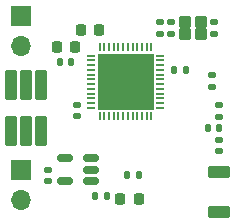
<source format=gbr>
%TF.GenerationSoftware,KiCad,Pcbnew,7.0.10*%
%TF.CreationDate,2024-03-11T17:01:08-07:00*%
%TF.ProjectId,P2.0,50322e30-2e6b-4696-9361-645f70636258,rev?*%
%TF.SameCoordinates,Original*%
%TF.FileFunction,Soldermask,Top*%
%TF.FilePolarity,Negative*%
%FSLAX46Y46*%
G04 Gerber Fmt 4.6, Leading zero omitted, Abs format (unit mm)*
G04 Created by KiCad (PCBNEW 7.0.10) date 2024-03-11 17:01:08*
%MOMM*%
%LPD*%
G01*
G04 APERTURE LIST*
G04 Aperture macros list*
%AMRoundRect*
0 Rectangle with rounded corners*
0 $1 Rounding radius*
0 $2 $3 $4 $5 $6 $7 $8 $9 X,Y pos of 4 corners*
0 Add a 4 corners polygon primitive as box body*
4,1,4,$2,$3,$4,$5,$6,$7,$8,$9,$2,$3,0*
0 Add four circle primitives for the rounded corners*
1,1,$1+$1,$2,$3*
1,1,$1+$1,$4,$5*
1,1,$1+$1,$6,$7*
1,1,$1+$1,$8,$9*
0 Add four rect primitives between the rounded corners*
20,1,$1+$1,$2,$3,$4,$5,0*
20,1,$1+$1,$4,$5,$6,$7,0*
20,1,$1+$1,$6,$7,$8,$9,0*
20,1,$1+$1,$8,$9,$2,$3,0*%
G04 Aperture macros list end*
%ADD10RoundRect,0.140000X0.140000X0.170000X-0.140000X0.170000X-0.140000X-0.170000X0.140000X-0.170000X0*%
%ADD11RoundRect,0.135000X-0.135000X-0.185000X0.135000X-0.185000X0.135000X0.185000X-0.135000X0.185000X0*%
%ADD12RoundRect,0.102000X-0.800000X0.400000X-0.800000X-0.400000X0.800000X-0.400000X0.800000X0.400000X0*%
%ADD13RoundRect,0.147500X-0.172500X0.147500X-0.172500X-0.147500X0.172500X-0.147500X0.172500X0.147500X0*%
%ADD14RoundRect,0.150000X0.512500X0.150000X-0.512500X0.150000X-0.512500X-0.150000X0.512500X-0.150000X0*%
%ADD15RoundRect,0.140000X0.170000X-0.140000X0.170000X0.140000X-0.170000X0.140000X-0.170000X-0.140000X0*%
%ADD16R,1.700000X1.700000*%
%ADD17O,1.700000X1.700000*%
%ADD18RoundRect,0.102000X-0.425000X-0.375000X0.425000X-0.375000X0.425000X0.375000X-0.425000X0.375000X0*%
%ADD19RoundRect,0.140000X-0.170000X0.140000X-0.170000X-0.140000X0.170000X-0.140000X0.170000X0.140000X0*%
%ADD20RoundRect,0.147500X-0.147500X-0.172500X0.147500X-0.172500X0.147500X0.172500X-0.147500X0.172500X0*%
%ADD21RoundRect,0.225000X0.225000X0.250000X-0.225000X0.250000X-0.225000X-0.250000X0.225000X-0.250000X0*%
%ADD22RoundRect,0.135000X-0.185000X0.135000X-0.185000X-0.135000X0.185000X-0.135000X0.185000X0.135000X0*%
%ADD23RoundRect,0.102000X-0.380000X-1.200000X0.380000X-1.200000X0.380000X1.200000X-0.380000X1.200000X0*%
%ADD24RoundRect,0.218750X-0.218750X-0.256250X0.218750X-0.256250X0.218750X0.256250X-0.218750X0.256250X0*%
%ADD25R,0.762000X0.203200*%
%ADD26R,0.203200X0.762000*%
%ADD27R,4.699000X4.699000*%
G04 APERTURE END LIST*
D10*
%TO.C,C11*%
X83780000Y-67000000D03*
X82820000Y-67000000D03*
%TD*%
D11*
%TO.C,R18*%
X85490000Y-65250000D03*
X86510000Y-65250000D03*
%TD*%
D10*
%TO.C,C17*%
X90480000Y-56400000D03*
X89520000Y-56400000D03*
%TD*%
D12*
%TO.C,AE1*%
X93300000Y-64962500D03*
X93300000Y-68362500D03*
%TD*%
D13*
%TO.C,L2*%
X93300000Y-62262500D03*
X93300000Y-63232500D03*
%TD*%
D14*
%TO.C,U4*%
X82500000Y-65750000D03*
X82500000Y-64800000D03*
X82500000Y-63850000D03*
X80225000Y-63850000D03*
X80225000Y-65750000D03*
%TD*%
D15*
%TO.C,C14*%
X81300000Y-60260000D03*
X81300000Y-59300000D03*
%TD*%
D16*
%TO.C,J1*%
X76500000Y-51750000D03*
D17*
X76500000Y-54290000D03*
%TD*%
D18*
%TO.C,Y1*%
X90378999Y-53329001D03*
X91728999Y-53329001D03*
X91728999Y-52279001D03*
X90378999Y-52279001D03*
%TD*%
D19*
%TO.C,C13*%
X88278999Y-52319001D03*
X88278999Y-53279001D03*
%TD*%
D10*
%TO.C,C12*%
X80805000Y-55650000D03*
X79845000Y-55650000D03*
%TD*%
D20*
%TO.C,L3*%
X92330000Y-61250000D03*
X93300000Y-61250000D03*
%TD*%
D15*
%TO.C,C18*%
X92878999Y-53279001D03*
X92878999Y-52319001D03*
%TD*%
D21*
%TO.C,C19*%
X83125000Y-52950000D03*
X81575000Y-52950000D03*
%TD*%
D22*
%TO.C,R13*%
X92700000Y-56790000D03*
X92700000Y-57810000D03*
%TD*%
D19*
%TO.C,C16*%
X89228999Y-52319001D03*
X89228999Y-53279001D03*
%TD*%
D21*
%TO.C,C20*%
X81100000Y-54450000D03*
X79550000Y-54450000D03*
%TD*%
D23*
%TO.C,J2*%
X75710000Y-57600000D03*
X76980000Y-57600000D03*
X78250000Y-57600000D03*
X78250000Y-61500000D03*
X76980000Y-61500000D03*
X75710000Y-61500000D03*
%TD*%
D15*
%TO.C,C15*%
X93300000Y-60300000D03*
X93300000Y-59340000D03*
%TD*%
D24*
%TO.C,D1*%
X84925000Y-67300000D03*
X86500000Y-67300000D03*
%TD*%
D16*
%TO.C,BT1*%
X76525000Y-64800000D03*
D17*
X76525000Y-67340000D03*
%TD*%
D15*
%TO.C,C10*%
X78800000Y-65760000D03*
X78800000Y-64800000D03*
%TD*%
D25*
%TO.C,U5*%
X82458000Y-55150000D03*
X82458000Y-55550002D03*
X82458000Y-55950001D03*
X82458000Y-56350000D03*
X82458000Y-56750002D03*
X82458000Y-57150001D03*
X82458000Y-57550001D03*
X82458000Y-57950000D03*
X82458000Y-58350002D03*
X82458000Y-58750001D03*
X82458000Y-59150000D03*
X82458000Y-59550002D03*
D26*
X83178999Y-60271001D03*
X83579001Y-60271001D03*
X83979000Y-60271001D03*
X84378999Y-60271001D03*
X84779001Y-60271001D03*
X85179000Y-60271001D03*
X85579000Y-60271001D03*
X85978999Y-60271001D03*
X86379001Y-60271001D03*
X86779000Y-60271001D03*
X87178999Y-60271001D03*
X87579001Y-60271001D03*
D25*
X88300000Y-59550002D03*
X88300000Y-59150000D03*
X88300000Y-58750001D03*
X88300000Y-58350002D03*
X88300000Y-57950000D03*
X88300000Y-57550001D03*
X88300000Y-57150001D03*
X88300000Y-56750002D03*
X88300000Y-56350000D03*
X88300000Y-55950001D03*
X88300000Y-55550002D03*
X88300000Y-55150000D03*
D26*
X87579001Y-54429001D03*
X87178999Y-54429001D03*
X86779000Y-54429001D03*
X86379001Y-54429001D03*
X85978999Y-54429001D03*
X85579000Y-54429001D03*
X85179000Y-54429001D03*
X84779001Y-54429001D03*
X84378999Y-54429001D03*
X83979000Y-54429001D03*
X83579001Y-54429001D03*
X83178999Y-54429001D03*
D27*
X85379000Y-57350001D03*
%TD*%
M02*

</source>
